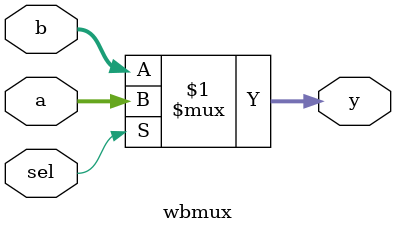
<source format=v>
`timescale 1ns / 1ps

module writeback(
    input  wire [1:0] mem_wb,          // {MemToReg, RegWrite}
    input  wire [31:0] read_data,
    input  wire [31:0] alu_result,
    output wire [31:0] writedata
);
    // mem_wb[1] = MemToReg
    wbmux muxwb(
        .a(read_data),
        .b(alu_result),
        .sel(mem_wb[1]),
        .y(writedata)
    );
endmodule

module wbmux(
    input  wire [31:0] a,   
    input  wire [31:0] b,   
    input  wire sel,
    output wire [31:0] y
);
    assign y = sel ? a : b;
endmodule


</source>
